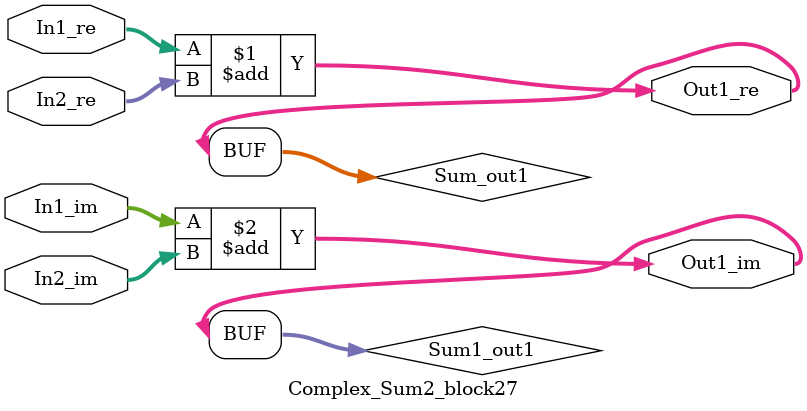
<source format=v>



`timescale 1 ns / 1 ns

module Complex_Sum2_block27
          (In1_re,
           In1_im,
           In2_re,
           In2_im,
           Out1_re,
           Out1_im);


  input   signed [36:0] In1_re;  // sfix37_En22
  input   signed [36:0] In1_im;  // sfix37_En22
  input   signed [36:0] In2_re;  // sfix37_En22
  input   signed [36:0] In2_im;  // sfix37_En22
  output  signed [36:0] Out1_re;  // sfix37_En22
  output  signed [36:0] Out1_im;  // sfix37_En22


  wire signed [36:0] Sum_out1;  // sfix37_En22
  wire signed [36:0] Sum1_out1;  // sfix37_En22


  assign Sum_out1 = In1_re + In2_re;



  assign Out1_re = Sum_out1;

  assign Sum1_out1 = In1_im + In2_im;



  assign Out1_im = Sum1_out1;

endmodule  // Complex_Sum2_block27


</source>
